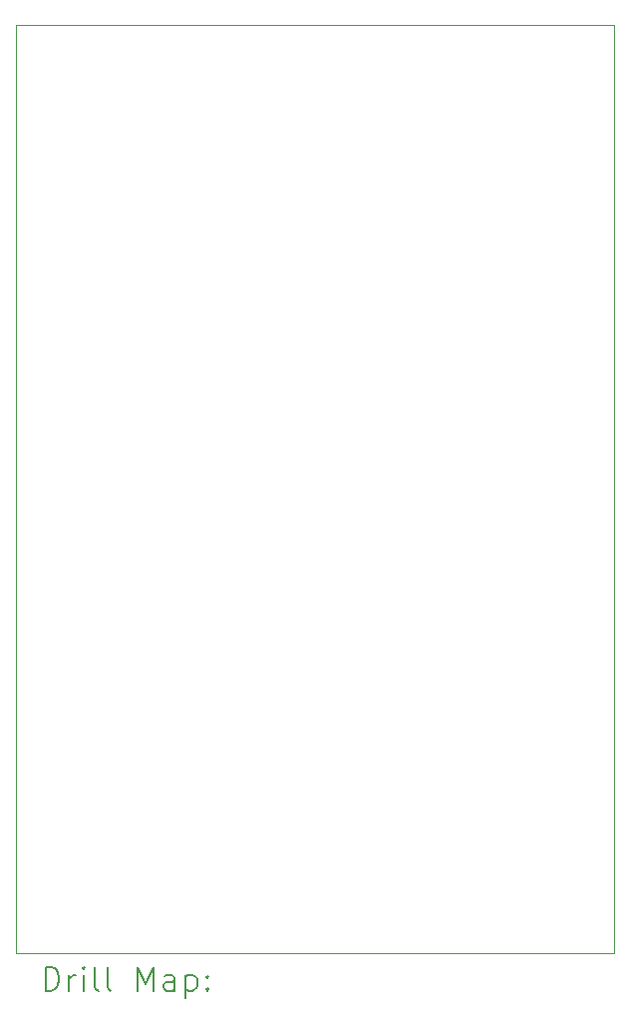
<source format=gbr>
%TF.GenerationSoftware,KiCad,Pcbnew,8.0.6*%
%TF.CreationDate,2025-01-17T11:29:10+01:00*%
%TF.ProjectId,TW39-mit-Powersave,54573339-2d6d-4697-942d-506f77657273,rev?*%
%TF.SameCoordinates,Original*%
%TF.FileFunction,Drillmap*%
%TF.FilePolarity,Positive*%
%FSLAX45Y45*%
G04 Gerber Fmt 4.5, Leading zero omitted, Abs format (unit mm)*
G04 Created by KiCad (PCBNEW 8.0.6) date 2025-01-17 11:29:10*
%MOMM*%
%LPD*%
G01*
G04 APERTURE LIST*
%ADD10C,0.100000*%
%ADD11C,0.200000*%
G04 APERTURE END LIST*
D10*
X10414000Y-5588000D02*
X15494000Y-5588000D01*
X15494000Y-13462000D01*
X10414000Y-13462000D01*
X10414000Y-5588000D01*
D11*
X10669777Y-13778484D02*
X10669777Y-13578484D01*
X10669777Y-13578484D02*
X10717396Y-13578484D01*
X10717396Y-13578484D02*
X10745967Y-13588008D01*
X10745967Y-13588008D02*
X10765015Y-13607055D01*
X10765015Y-13607055D02*
X10774539Y-13626103D01*
X10774539Y-13626103D02*
X10784063Y-13664198D01*
X10784063Y-13664198D02*
X10784063Y-13692769D01*
X10784063Y-13692769D02*
X10774539Y-13730865D01*
X10774539Y-13730865D02*
X10765015Y-13749912D01*
X10765015Y-13749912D02*
X10745967Y-13768960D01*
X10745967Y-13768960D02*
X10717396Y-13778484D01*
X10717396Y-13778484D02*
X10669777Y-13778484D01*
X10869777Y-13778484D02*
X10869777Y-13645150D01*
X10869777Y-13683246D02*
X10879301Y-13664198D01*
X10879301Y-13664198D02*
X10888824Y-13654674D01*
X10888824Y-13654674D02*
X10907872Y-13645150D01*
X10907872Y-13645150D02*
X10926920Y-13645150D01*
X10993586Y-13778484D02*
X10993586Y-13645150D01*
X10993586Y-13578484D02*
X10984063Y-13588008D01*
X10984063Y-13588008D02*
X10993586Y-13597531D01*
X10993586Y-13597531D02*
X11003110Y-13588008D01*
X11003110Y-13588008D02*
X10993586Y-13578484D01*
X10993586Y-13578484D02*
X10993586Y-13597531D01*
X11117396Y-13778484D02*
X11098348Y-13768960D01*
X11098348Y-13768960D02*
X11088824Y-13749912D01*
X11088824Y-13749912D02*
X11088824Y-13578484D01*
X11222158Y-13778484D02*
X11203110Y-13768960D01*
X11203110Y-13768960D02*
X11193586Y-13749912D01*
X11193586Y-13749912D02*
X11193586Y-13578484D01*
X11450729Y-13778484D02*
X11450729Y-13578484D01*
X11450729Y-13578484D02*
X11517396Y-13721341D01*
X11517396Y-13721341D02*
X11584062Y-13578484D01*
X11584062Y-13578484D02*
X11584062Y-13778484D01*
X11765015Y-13778484D02*
X11765015Y-13673722D01*
X11765015Y-13673722D02*
X11755491Y-13654674D01*
X11755491Y-13654674D02*
X11736443Y-13645150D01*
X11736443Y-13645150D02*
X11698348Y-13645150D01*
X11698348Y-13645150D02*
X11679301Y-13654674D01*
X11765015Y-13768960D02*
X11745967Y-13778484D01*
X11745967Y-13778484D02*
X11698348Y-13778484D01*
X11698348Y-13778484D02*
X11679301Y-13768960D01*
X11679301Y-13768960D02*
X11669777Y-13749912D01*
X11669777Y-13749912D02*
X11669777Y-13730865D01*
X11669777Y-13730865D02*
X11679301Y-13711817D01*
X11679301Y-13711817D02*
X11698348Y-13702293D01*
X11698348Y-13702293D02*
X11745967Y-13702293D01*
X11745967Y-13702293D02*
X11765015Y-13692769D01*
X11860253Y-13645150D02*
X11860253Y-13845150D01*
X11860253Y-13654674D02*
X11879301Y-13645150D01*
X11879301Y-13645150D02*
X11917396Y-13645150D01*
X11917396Y-13645150D02*
X11936443Y-13654674D01*
X11936443Y-13654674D02*
X11945967Y-13664198D01*
X11945967Y-13664198D02*
X11955491Y-13683246D01*
X11955491Y-13683246D02*
X11955491Y-13740388D01*
X11955491Y-13740388D02*
X11945967Y-13759436D01*
X11945967Y-13759436D02*
X11936443Y-13768960D01*
X11936443Y-13768960D02*
X11917396Y-13778484D01*
X11917396Y-13778484D02*
X11879301Y-13778484D01*
X11879301Y-13778484D02*
X11860253Y-13768960D01*
X12041205Y-13759436D02*
X12050729Y-13768960D01*
X12050729Y-13768960D02*
X12041205Y-13778484D01*
X12041205Y-13778484D02*
X12031682Y-13768960D01*
X12031682Y-13768960D02*
X12041205Y-13759436D01*
X12041205Y-13759436D02*
X12041205Y-13778484D01*
X12041205Y-13654674D02*
X12050729Y-13664198D01*
X12050729Y-13664198D02*
X12041205Y-13673722D01*
X12041205Y-13673722D02*
X12031682Y-13664198D01*
X12031682Y-13664198D02*
X12041205Y-13654674D01*
X12041205Y-13654674D02*
X12041205Y-13673722D01*
M02*

</source>
